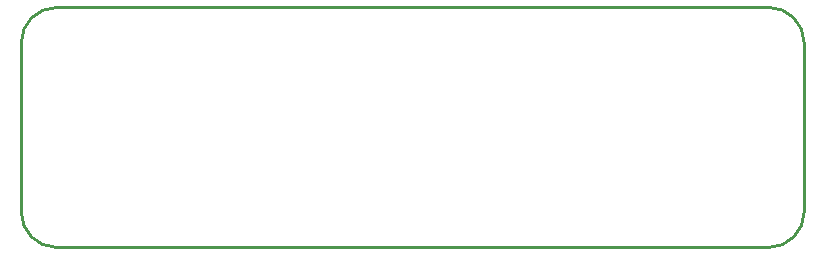
<source format=gko>
G04 Layer: BoardOutlineLayer*
G04 EasyEDA Pro v2.2.27.1, 2024-09-16 11:55:17*
G04 Gerber Generator version 0.3*
G04 Scale: 100 percent, Rotated: No, Reflected: No*
G04 Dimensions in millimeters*
G04 Leading zeros omitted, absolute positions, 3 integers and 5 decimals*
%FSLAX35Y35*%
%MOMM*%
%ADD10C,0.254*%
G75*


G04 Rect Start*
G54D10*
G01X0Y-1732000D02*
G01X0Y-300000D01*
G02X300000Y0I300000J0D01*
G01X6329400Y0D01*
G02X6629400Y-300000I0J-300000D01*
G01X6629400Y-1732000D01*
G02X6329400Y-2032000I-300000J0D01*
G01X300000Y-2032000D01*
G02X0Y-1732000I0J300000D01*
G04 Rect End*

M02*


</source>
